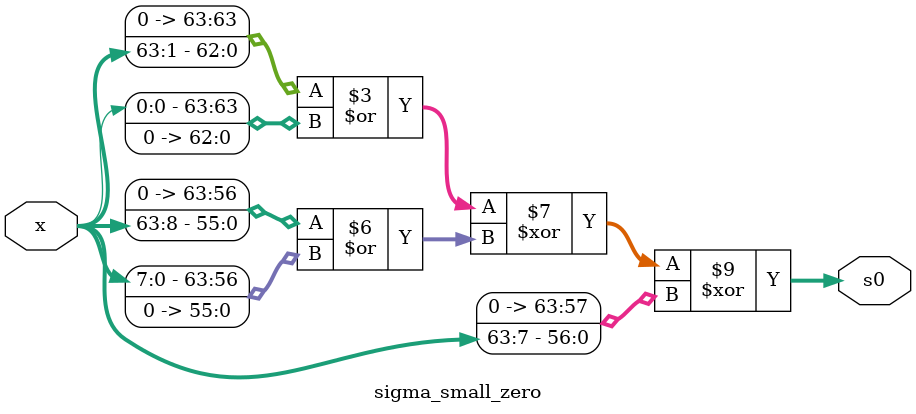
<source format=v>

`define sigma0(x) (((x >>> 1)|(x <<<63)) ^((x >>> 8)|(x<<<56)) ^(x >>7))

module sigma_small_zero(
        input [63:0] x,
        output wire [63:0] s0);

        assign s0 =`sigma0(x);
        
endmodule

</source>
